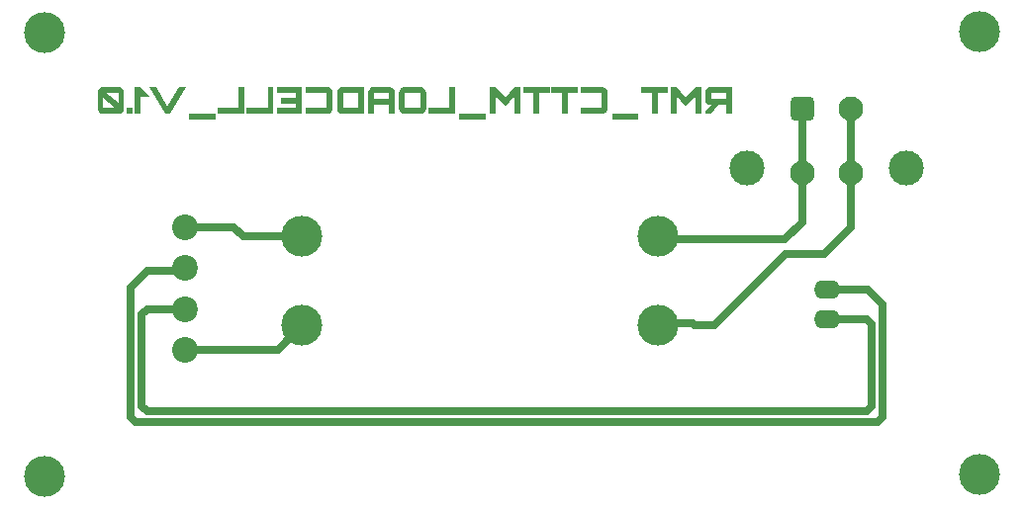
<source format=gbr>
%FSTAX23Y23*%
%MOIN*%
%SFA1B1*%

%IPPOS*%
%AMD13*
4,1,8,-0.020700,-0.041300,0.020700,-0.041300,0.041300,-0.020700,0.041300,0.020700,0.020700,0.041300,-0.020700,0.041300,-0.041300,0.020700,-0.041300,-0.020700,-0.020700,-0.041300,0.0*
1,1,0.041339,-0.020700,-0.020700*
1,1,0.041339,0.020700,-0.020700*
1,1,0.041339,0.020700,0.020700*
1,1,0.041339,-0.020700,0.020700*
%
%ADD10C,0.086614*%
%ADD11C,0.118110*%
%ADD12C,0.082677*%
G04~CAMADD=13~8~0.0~0.0~826.8~826.8~206.7~0.0~15~0.0~0.0~0.0~0.0~0~0.0~0.0~0.0~0.0~0~0.0~0.0~0.0~180.0~826.0~826.0*
%ADD13D13*%
%ADD14O,0.088582X0.062992*%
%ADD15C,0.137795*%
%ADD16C,0.137795*%
%ADD17C,0.027559*%
%LNloadcell_pcb_copper_signal_bot-1*%
%LPD*%
G36*
X0047Y0139D02*
X00444D01*
X0044Y01395*
Y01334*
X00421*
Y01424*
X00441*
X0047Y0139*
G37*
G36*
X02329Y01334D02*
X0231D01*
Y01394*
X02278Y01357*
X02247Y01394*
Y01334*
X02228*
Y01424*
X02248*
X02278Y01388*
X02309Y01424*
X02329*
Y01334*
G37*
G36*
X0172Y01334D02*
X017D01*
Y01394*
X01669Y01357*
X01638Y01394*
Y01334*
X01618*
Y01424*
X01638*
X01669Y01388*
X017Y01424*
X0172*
Y01334*
G37*
G36*
X00539D02*
X00523D01*
X00471Y01424*
X00493*
X00531Y01359*
X00569Y01424*
X00592*
X00539Y01334*
G37*
G36*
X02433Y01334D02*
X02413D01*
Y01363*
X02387Y01363*
X02389Y01365*
X02363*
X02362Y01364*
X02387Y01363*
X02362Y01334*
X02342*
Y0134*
X02362Y01364*
X02361Y01364*
X02359Y01364*
X02357Y01364*
X02356Y01364*
X02354Y01365*
X02353Y01365*
X02352Y01366*
X02352Y01366*
X02351Y01366*
X0235Y01367*
X02349Y01368*
X02348Y01369*
X02347Y0137*
X02346Y01371*
X02345Y01372*
X02345Y01373*
X02345Y01373*
X02344Y01375*
X02343Y01376*
X02343Y01378*
X02342Y01379*
X02342Y0138*
X02342Y01381*
Y01382*
Y01382*
Y01406*
X02342Y01407*
X02343Y01409*
X02343Y01411*
X02343Y01412*
X02344Y01413*
X02344Y01414*
X02345Y01415*
X02345Y01415*
X02346Y01416*
X02347Y01418*
X02348Y01419*
X02349Y0142*
X0235Y0142*
X02351Y01421*
X02351Y01421*
X02351Y01422*
X02353Y01422*
X02355Y01423*
X02356Y01423*
X02358Y01424*
X02359Y01424*
X0236Y01424*
X02433*
Y01334*
G37*
G36*
X02217Y01405D02*
X02182D01*
Y01334*
X02162*
Y01405*
X02127*
Y01424*
X02217*
Y01405*
G37*
G36*
X01997Y01424D02*
X01998Y01424D01*
X02Y01423*
X02001Y01423*
X02003Y01422*
X02003Y01422*
X02004Y01422*
X02004Y01422*
X02006Y01421*
X02007Y0142*
X02008Y01419*
X02009Y01417*
X0201Y01416*
X0201Y01416*
X02011Y01415*
X02011Y01415*
X02012Y01413*
X02012Y01412*
X02013Y0141*
X02013Y01409*
X02013Y01407*
X02013Y01407*
Y01406*
Y01406*
Y01352*
X02013Y01351*
X02013Y01349*
X02013Y01347*
X02012Y01346*
X02012Y01345*
X02011Y01344*
X02011Y01343*
X02011Y01343*
X0201Y01342*
X02009Y0134*
X02008Y01339*
X02007Y01338*
X02006Y01337*
X02005Y01337*
X02004Y01337*
X02004Y01336*
X02003Y01336*
X02001Y01335*
X01999Y01335*
X01998Y01334*
X01997Y01334*
X01996Y01334*
X01923*
Y01353*
X0199*
X01991Y01354*
X01992Y01354*
X01993Y01354*
X01993Y01354*
X01994Y01355*
X01994Y01356*
X01994Y01357*
Y01357*
Y01357*
Y01401*
X01994Y01402*
X01993Y01403*
X01993Y01403*
X01993Y01404*
X01992Y01404*
X01991Y01404*
X0199Y01405*
X01923*
Y01424*
X01995*
X01997Y01424*
G37*
G36*
X01915Y01405D02*
X01879D01*
Y01334*
X0186*
Y01405*
X01824*
Y01424*
X01915*
Y01405*
G37*
G36*
X01819D02*
X01784D01*
Y01334*
X01764*
Y01405*
X01729*
Y01424*
X01819*
Y01405*
G37*
G36*
X01499Y01334D02*
X01409D01*
Y01353*
X0148*
Y01424*
X01499*
Y01334*
G37*
G36*
X01385Y01424D02*
X01387Y01424D01*
X01388Y01423*
X0139Y01423*
X01391Y01422*
X01392Y01422*
X01392Y01422*
X01393Y01422*
X01394Y01421*
X01395Y0142*
X01396Y01419*
X01397Y01417*
X01398Y01416*
X01399Y01416*
X01399Y01415*
X01399Y01415*
X014Y01413*
X01401Y01412*
X01401Y0141*
X01401Y01409*
X01402Y01407*
X01402Y01407*
Y01406*
Y01406*
Y01352*
X01402Y01351*
X01401Y01349*
X01401Y01347*
X014Y01346*
X014Y01345*
X014Y01344*
X01399Y01343*
X01399Y01343*
X01398Y01342*
X01397Y0134*
X01396Y01339*
X01395Y01338*
X01394Y01337*
X01393Y01337*
X01393Y01337*
X01393Y01336*
X01391Y01336*
X01389Y01335*
X01388Y01335*
X01386Y01334*
X01385Y01334*
X01384Y01334*
X0133*
X01328Y01334*
X01326Y01334*
X01325Y01335*
X01323Y01335*
X01322Y01336*
X01321Y01336*
X01321Y01336*
X01321Y01336*
X01319Y01337*
X01318Y01338*
X01317Y0134*
X01316Y01341*
X01315Y01342*
X01314Y01342*
X01314Y01343*
X01314Y01343*
X01313Y01345*
X01312Y01346*
X01312Y01348*
X01312Y01349*
X01311Y01351*
X01311Y01351*
Y01352*
Y01352*
Y01406*
X01311Y01407*
X01312Y01409*
X01312Y01411*
X01313Y01412*
X01313Y01413*
X01314Y01414*
X01314Y01415*
X01314Y01415*
X01315Y01416*
X01316Y01418*
X01317Y01419*
X01318Y0142*
X01319Y01421*
X0132Y01421*
X01321Y01422*
X01321Y01422*
X01322Y01423*
X01324Y01423*
X01325Y01424*
X01327Y01424*
X01328Y01424*
X01329Y01424*
X01383*
X01385Y01424*
G37*
G36*
X01281D02*
X01282Y01424D01*
X01284Y01423*
X01285Y01423*
X01287Y01422*
X01287Y01422*
X01288Y01422*
X01288Y01422*
X0129Y01421*
X01291Y0142*
X01292Y01419*
X01293Y01417*
X01294Y01416*
X01294Y01416*
X01295Y01415*
X01295Y01415*
X01296Y01413*
X01296Y01412*
X01297Y0141*
X01297Y01409*
X01297Y01407*
X01297Y01407*
Y01406*
Y01406*
Y01334*
X01278*
Y01363*
X01227*
Y01334*
X01207*
Y01406*
X01207Y01407*
X01207Y01409*
X01208Y01411*
X01208Y01412*
X01209Y01413*
X01209Y01414*
X01209Y01415*
X0121Y01415*
X01211Y01416*
X01212Y01418*
X01213Y01419*
X01214Y0142*
X01215Y01421*
X01216Y01421*
X01216Y01422*
X01216Y01422*
X01218Y01423*
X01219Y01423*
X01221Y01424*
X01223Y01424*
X01224Y01424*
X01225Y01424*
X01279*
X01281Y01424*
G37*
G36*
X01192Y01334D02*
X01121D01*
X01119Y01334*
X01117Y01334*
X01115Y01335*
X01114Y01335*
X01113Y01336*
X01112Y01336*
X01111Y01336*
X01111Y01336*
X0111Y01337*
X01108Y01338*
X01107Y0134*
X01106Y01341*
X01106Y01342*
X01105Y01342*
X01105Y01343*
X01105Y01343*
X01104Y01345*
X01103Y01346*
X01103Y01348*
X01102Y01349*
X01102Y01351*
X01102Y01351*
Y01352*
Y01352*
Y01406*
X01102Y01407*
X01102Y01409*
X01103Y01411*
X01103Y01412*
X01104Y01413*
X01104Y01414*
X01104Y01415*
X01105Y01415*
X01106Y01416*
X01107Y01418*
X01108Y01419*
X01109Y0142*
X0111Y01421*
X01111Y01421*
X01111Y01422*
X01111Y01422*
X01113Y01423*
X01115Y01423*
X01116Y01424*
X01118Y01424*
X01119Y01424*
X0112Y01424*
X01192*
Y01334*
G37*
G36*
X01071Y01424D02*
X01073Y01424D01*
X01075Y01423*
X01076Y01423*
X01077Y01422*
X01078Y01422*
X01079Y01422*
X01079Y01422*
X0108Y01421*
X01081Y0142*
X01083Y01419*
X01084Y01417*
X01084Y01416*
X01085Y01416*
X01085Y01415*
X01085Y01415*
X01086Y01413*
X01087Y01412*
X01087Y0141*
X01088Y01409*
X01088Y01407*
X01088Y01407*
Y01406*
Y01406*
Y01352*
X01088Y01351*
X01088Y01349*
X01087Y01347*
X01087Y01346*
X01086Y01345*
X01086Y01344*
X01086Y01343*
X01085Y01343*
X01084Y01342*
X01083Y0134*
X01082Y01339*
X01081Y01338*
X0108Y01337*
X01079Y01337*
X01079Y01337*
X01079Y01336*
X01077Y01336*
X01075Y01335*
X01074Y01335*
X01072Y01334*
X01071Y01334*
X0107Y01334*
X00998*
Y01353*
X01064*
X01066Y01354*
X01067Y01354*
X01067Y01354*
X01067Y01354*
X01068Y01355*
X01068Y01356*
X01068Y01357*
Y01357*
Y01357*
Y01401*
X01068Y01402*
X01068Y01403*
X01068Y01403*
X01067Y01404*
X01066Y01404*
X01065Y01404*
X01065Y01405*
X00998*
Y01424*
X01069*
X01071Y01424*
G37*
G36*
X00984Y01334D02*
X00901D01*
Y01353*
X00965*
Y01369*
X00913*
Y01389*
X00965*
Y01405*
X00901*
Y01424*
X00984*
Y01334*
G37*
G36*
X00888D02*
X00798D01*
Y01353*
X00869*
Y01424*
X00888*
Y01334*
G37*
G36*
X00791D02*
X007D01*
Y01353*
X00771*
Y01424*
X00791*
Y01334*
G37*
G36*
X00414D02*
X00395D01*
Y01353*
X00414*
Y01334*
G37*
G36*
X00368Y01424D02*
X0037Y01424D01*
X00372Y01423*
X00373Y01423*
X00374Y01422*
X00375Y01422*
X00375Y01422*
X00376Y01422*
X00377Y01421*
X00378Y01419*
X00379Y01418*
X0038Y01417*
X00381Y01416*
X00382Y01415*
X00382Y01415*
X00382Y01415*
X00383Y01413*
X00384Y01412*
X00384Y0141*
X00384Y01409*
X00385Y01407*
X00385Y01406*
Y01406*
Y01406*
Y01353*
X00385Y01351*
X00384Y0135*
X00384Y01348*
X00383Y01347*
X00383Y01346*
X00383Y01345*
X00382Y01344*
X00382Y01344*
X00381Y01342*
X0038Y01341*
X00379Y0134*
X00378Y01339*
X00377Y01338*
X00376Y01337*
X00376Y01337*
X00376Y01337*
X00374Y01336*
X00372Y01335*
X00371Y01335*
X00369Y01334*
X00368Y01334*
X00367Y01334*
X00314*
X00312Y01334*
X00311Y01334*
X00309Y01335*
X00308Y01335*
X00307Y01336*
X00306Y01336*
X00305Y01337*
X00305Y01337*
X00304Y01338*
X00302Y01339*
X00301Y0134*
X003Y01341*
X003Y01342*
X00299Y01343*
X00299Y01344*
X00298Y01344*
X00298Y01346*
X00297Y01347*
X00297Y01349*
X00296Y0135*
X00296Y01352*
X00296Y01353*
Y01353*
Y01353*
Y01406*
X00296Y01407*
X00296Y01409*
X00297Y01411*
X00297Y01412*
X00298Y01413*
X00298Y01414*
X00298Y01415*
X00298Y01415*
X003Y01416*
X00301Y01418*
X00302Y01419*
X00303Y0142*
X00304Y01421*
X00305Y01421*
X00305Y01422*
X00305Y01422*
X00307Y01423*
X00308Y01423*
X0031Y01424*
X00311Y01424*
X00312Y01424*
X00313Y01424*
X00366*
X00368Y01424*
G37*
G36*
X02118Y01314D02*
X02029D01*
Y01334*
X02118*
Y01314*
G37*
G36*
X01603D02*
X01515D01*
Y01334*
X01603*
Y01314*
G37*
G36*
X00693D02*
X00604D01*
Y01334*
X00693*
Y01314*
G37*
%LNloadcell_pcb_copper_signal_bot-2*%
%LPC*%
G36*
X02413Y01405D02*
X02362D01*
Y01383*
X02413*
Y01405*
G37*
G36*
X01382D02*
X01331D01*
Y01353*
X01382*
Y01405*
G37*
G36*
X01278D02*
X01227D01*
Y01383*
X01278*
Y01405*
G37*
G36*
X01173D02*
X01122D01*
Y01353*
X01173*
Y01405*
G37*
G36*
X00366Y01404D02*
X00325D01*
X00366Y01371*
Y01404*
G37*
G36*
X00315Y01388D02*
Y01354D01*
X00355*
X00315Y01388*
G37*
%LNloadcell_pcb_copper_signal_bot-3*%
%LPD*%
G54D10*
X0059Y00952D03*
Y00814D03*
Y00538D03*
Y00676D03*
G54D11*
X02484Y01151D03*
X0302D03*
G54D12*
X02669Y01133D03*
X02835Y0135D03*
Y01133D03*
G54D13*
X02669Y0135D03*
G54D14*
X02755Y0064D03*
Y0074D03*
G54D15*
X02185Y0062D03*
Y0092D03*
X00985Y0062D03*
Y0092D03*
G54D16*
X00118Y01607D03*
Y00111D03*
X03267Y00117D03*
X03267Y0161D03*
G54D17*
X0289Y0074D02*
X0294Y0069D01*
X00424Y00295D02*
X02923D01*
X02886Y00332D02*
X02902Y00348D01*
Y00623*
X02923Y00295D02*
X0294Y00311D01*
Y0069*
X02886Y0064D02*
X02902Y00623D01*
X00462Y00332D02*
X02886D01*
X02755Y0064D02*
X02886D01*
X00408Y00311D02*
X00424Y00295D01*
X00445Y00348D02*
X00462Y00332D01*
X00445Y00348D02*
Y00659D01*
X00408Y00311D02*
Y00748D01*
X00903Y00538D02*
X00985Y0062D01*
X0059Y00538D02*
X00903D01*
X00754Y00952D02*
X00786Y0092D01*
X0059Y00952D02*
X00754D01*
X00786Y0092D02*
X00985D01*
X00581Y00805D02*
X0059Y00814D01*
X00408Y00748D02*
X00465Y00805D01*
X00581*
X00462Y00676D02*
X0059D01*
X00445Y00659D02*
X00462Y00676D01*
X02755Y0074D02*
X0289D01*
X02835Y01133D02*
Y0135D01*
X02669Y01158D02*
X0268Y01146D01*
X02669Y01158D02*
Y0135D01*
X02192Y00627D02*
X02301D01*
X02185Y0062D02*
X02192Y00627D01*
X02308Y0062D02*
X02374D01*
X02301Y00627D02*
X02308Y0062D01*
X02374D02*
X02614Y0086D01*
X02745*
X02835Y0095*
Y01133*
X02185Y0092D02*
X02195Y0091D01*
X0261*
X02669Y00969*
Y01133*
X00989Y00619D02*
X0099Y0062D01*
M02*
</source>
